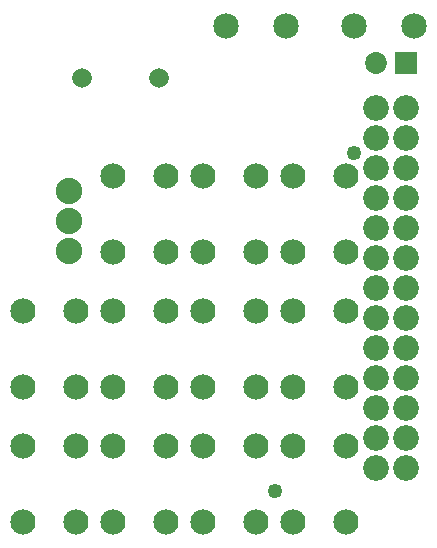
<source format=gts>
G04 MADE WITH FRITZING*
G04 WWW.FRITZING.ORG*
G04 DOUBLE SIDED*
G04 HOLES PLATED*
G04 CONTOUR ON CENTER OF CONTOUR VECTOR*
%ASAXBY*%
%FSLAX23Y23*%
%MOIN*%
%OFA0B0*%
%SFA1.0B1.0*%
%ADD10C,0.049370*%
%ADD11C,0.065433*%
%ADD12C,0.072992*%
%ADD13C,0.085000*%
%ADD14C,0.088000*%
%ADD15C,0.084000*%
%ADD16C,0.085722*%
%ADD17C,0.085695*%
%ADD18R,0.072992X0.072992*%
%LNMASK1*%
G90*
G70*
G54D10*
X1149Y1279D03*
G54D11*
X243Y1529D03*
X499Y1529D03*
X243Y1529D03*
X499Y1529D03*
G54D10*
X885Y154D03*
G54D12*
X1322Y1579D03*
X1224Y1579D03*
G54D13*
X924Y1704D03*
X724Y1704D03*
X1349Y1704D03*
X1149Y1704D03*
G54D14*
X199Y1154D03*
X199Y1054D03*
X199Y954D03*
G54D15*
X224Y754D03*
X224Y498D03*
X46Y754D03*
X46Y498D03*
X224Y754D03*
X224Y498D03*
X46Y754D03*
X46Y498D03*
X224Y304D03*
X224Y48D03*
X46Y304D03*
X46Y48D03*
X224Y304D03*
X224Y48D03*
X46Y304D03*
X46Y48D03*
X524Y304D03*
X524Y48D03*
X346Y304D03*
X346Y48D03*
X524Y304D03*
X524Y48D03*
X346Y304D03*
X346Y48D03*
X524Y754D03*
X524Y498D03*
X346Y754D03*
X346Y498D03*
X524Y754D03*
X524Y498D03*
X346Y754D03*
X346Y498D03*
X524Y1204D03*
X524Y948D03*
X346Y1204D03*
X346Y948D03*
X524Y1204D03*
X524Y948D03*
X346Y1204D03*
X346Y948D03*
X824Y304D03*
X824Y48D03*
X646Y304D03*
X646Y48D03*
X824Y304D03*
X824Y48D03*
X646Y304D03*
X646Y48D03*
X824Y754D03*
X824Y498D03*
X646Y754D03*
X646Y498D03*
X824Y754D03*
X824Y498D03*
X646Y754D03*
X646Y498D03*
X824Y1204D03*
X824Y948D03*
X646Y1204D03*
X646Y948D03*
X824Y1204D03*
X824Y948D03*
X646Y1204D03*
X646Y948D03*
X1124Y304D03*
X1124Y48D03*
X946Y304D03*
X946Y48D03*
X1124Y304D03*
X1124Y48D03*
X946Y304D03*
X946Y48D03*
X1124Y754D03*
X1124Y498D03*
X946Y754D03*
X946Y498D03*
X1124Y754D03*
X1124Y498D03*
X946Y754D03*
X946Y498D03*
X1124Y1204D03*
X1124Y948D03*
X946Y1204D03*
X946Y948D03*
X1124Y1204D03*
X1124Y948D03*
X946Y1204D03*
X946Y948D03*
G54D16*
X1324Y1429D03*
G54D17*
X1324Y1329D03*
X1324Y1229D03*
X1324Y1129D03*
X1324Y1029D03*
G54D16*
X1324Y929D03*
X1324Y829D03*
G54D17*
X1324Y729D03*
X1324Y629D03*
X1324Y529D03*
X1324Y429D03*
G54D16*
X1324Y329D03*
G54D17*
X1324Y229D03*
G54D16*
X1224Y1429D03*
X1224Y1330D03*
G54D17*
X1224Y1229D03*
X1224Y1129D03*
X1224Y1029D03*
G54D16*
X1224Y929D03*
G54D17*
X1224Y829D03*
X1224Y729D03*
X1224Y629D03*
X1224Y529D03*
X1224Y429D03*
G54D16*
X1224Y329D03*
G54D17*
X1224Y229D03*
G54D18*
X1322Y1579D03*
G04 End of Mask1*
M02*
</source>
